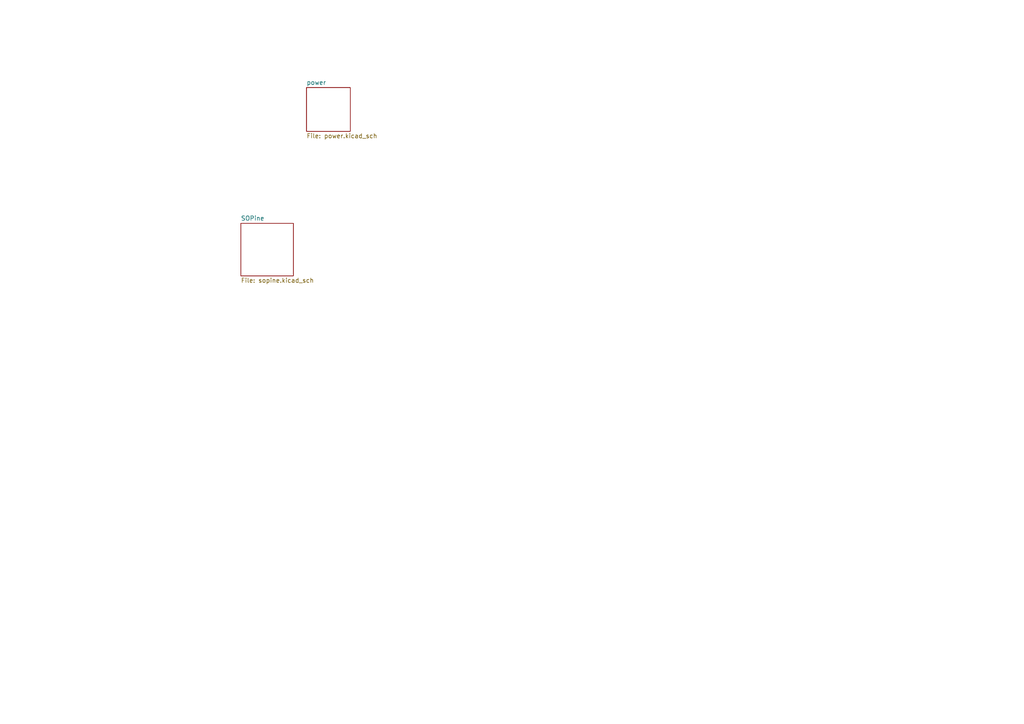
<source format=kicad_sch>
(kicad_sch (version 20211123) (generator eeschema)
  (paper "A4")
  (lib_symbols)
  (sheet (at 88.9 25.4) (size 12.7 12.7) (stroke (width 0.1524))
    (property "Sheet name" "power" (at 88.9 24.6884 0) (effects (justify left bottom)))
    (property "Sheet file" "power.kicad_sch" (at 88.9 38.6846 0) (effects (justify left top)))
  )
  (sheet (at 69.85 64.77) (size 15.24 15.24) (stroke (width 0.1524))
    (property "Sheet name" "SOPine" (at 69.85 64.0584 0) (effects (justify left bottom)))
    (property "Sheet file" "sopine.kicad_sch" (at 69.85 80.5946 0) (effects (justify left top)))
  )
)
</source>
